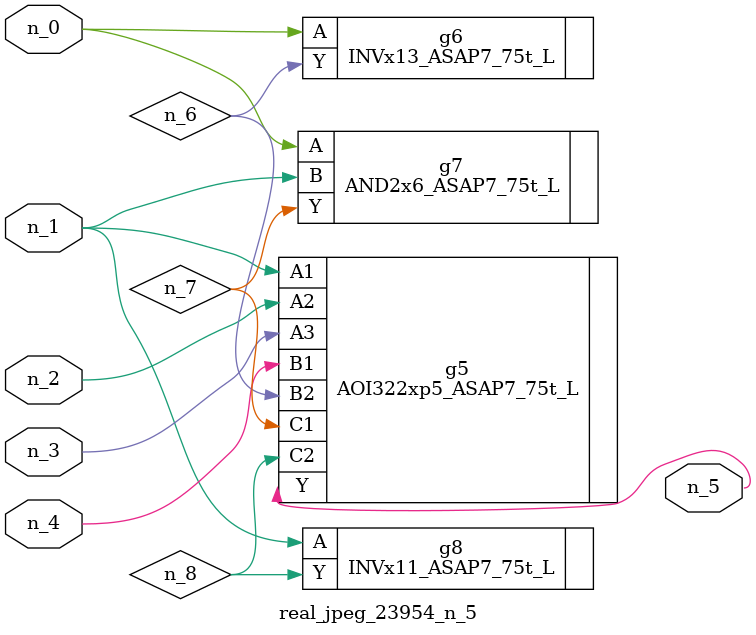
<source format=v>
module real_jpeg_23954_n_5 (n_4, n_0, n_1, n_2, n_3, n_5);

input n_4;
input n_0;
input n_1;
input n_2;
input n_3;

output n_5;

wire n_8;
wire n_6;
wire n_7;

INVx13_ASAP7_75t_L g6 ( 
.A(n_0),
.Y(n_6)
);

AND2x6_ASAP7_75t_L g7 ( 
.A(n_0),
.B(n_1),
.Y(n_7)
);

AOI322xp5_ASAP7_75t_L g5 ( 
.A1(n_1),
.A2(n_2),
.A3(n_3),
.B1(n_4),
.B2(n_6),
.C1(n_7),
.C2(n_8),
.Y(n_5)
);

INVx11_ASAP7_75t_L g8 ( 
.A(n_1),
.Y(n_8)
);


endmodule
</source>
